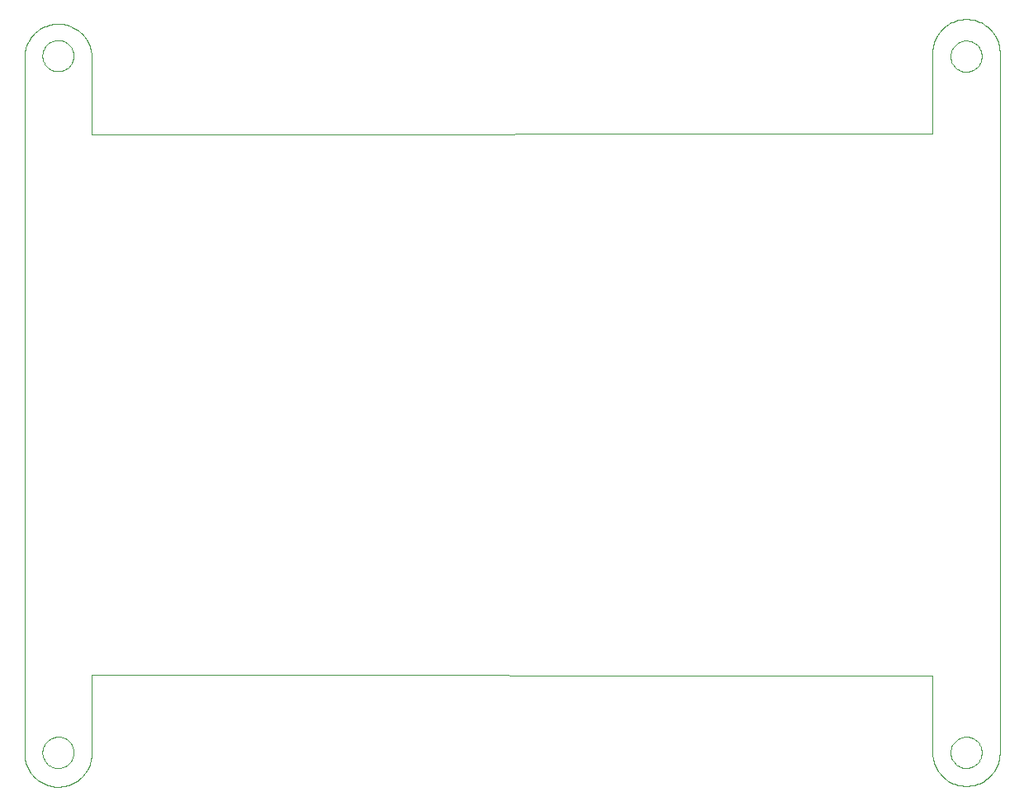
<source format=gbo>
G75*
G70*
%OFA0B0*%
%FSLAX24Y24*%
%IPPOS*%
%LPD*%
%AMOC8*
5,1,8,0,0,1.08239X$1,22.5*
%
%ADD10C,0.0000*%
D10*
X000504Y001489D02*
X000504Y029619D01*
X001232Y029639D02*
X001234Y029689D01*
X001240Y029739D01*
X001250Y029788D01*
X001264Y029836D01*
X001281Y029883D01*
X001302Y029928D01*
X001327Y029972D01*
X001355Y030013D01*
X001387Y030052D01*
X001421Y030089D01*
X001458Y030123D01*
X001498Y030153D01*
X001540Y030180D01*
X001584Y030204D01*
X001630Y030225D01*
X001677Y030241D01*
X001725Y030254D01*
X001775Y030263D01*
X001824Y030268D01*
X001875Y030269D01*
X001925Y030266D01*
X001974Y030259D01*
X002023Y030248D01*
X002071Y030233D01*
X002117Y030215D01*
X002162Y030193D01*
X002205Y030167D01*
X002246Y030138D01*
X002285Y030106D01*
X002321Y030071D01*
X002353Y030033D01*
X002383Y029993D01*
X002410Y029950D01*
X002433Y029906D01*
X002452Y029860D01*
X002468Y029812D01*
X002480Y029763D01*
X002488Y029714D01*
X002492Y029664D01*
X002492Y029614D01*
X002488Y029564D01*
X002480Y029515D01*
X002468Y029466D01*
X002452Y029418D01*
X002433Y029372D01*
X002410Y029328D01*
X002383Y029285D01*
X002353Y029245D01*
X002321Y029207D01*
X002285Y029172D01*
X002246Y029140D01*
X002205Y029111D01*
X002162Y029085D01*
X002117Y029063D01*
X002071Y029045D01*
X002023Y029030D01*
X001974Y029019D01*
X001925Y029012D01*
X001875Y029009D01*
X001824Y029010D01*
X001775Y029015D01*
X001725Y029024D01*
X001677Y029037D01*
X001630Y029053D01*
X001584Y029074D01*
X001540Y029098D01*
X001498Y029125D01*
X001458Y029155D01*
X001421Y029189D01*
X001387Y029226D01*
X001355Y029265D01*
X001327Y029306D01*
X001302Y029350D01*
X001281Y029395D01*
X001264Y029442D01*
X001250Y029490D01*
X001240Y029539D01*
X001234Y029589D01*
X001232Y029639D01*
X000504Y029619D02*
X000508Y029691D01*
X000517Y029763D01*
X000529Y029835D01*
X000545Y029905D01*
X000565Y029975D01*
X000588Y030043D01*
X000615Y030110D01*
X000646Y030176D01*
X000680Y030240D01*
X000717Y030302D01*
X000757Y030362D01*
X000801Y030419D01*
X000848Y030475D01*
X000897Y030527D01*
X000950Y030577D01*
X001005Y030624D01*
X001062Y030669D01*
X001122Y030710D01*
X001183Y030747D01*
X001247Y030782D01*
X001312Y030813D01*
X001379Y030840D01*
X001448Y030864D01*
X001517Y030884D01*
X001587Y030901D01*
X001659Y030914D01*
X001731Y030923D01*
X001803Y030928D01*
X001875Y030929D01*
X001947Y030926D01*
X002019Y030920D01*
X002091Y030910D01*
X002162Y030895D01*
X002232Y030878D01*
X002301Y030856D01*
X002369Y030831D01*
X002435Y030802D01*
X002500Y030770D01*
X002563Y030734D01*
X002624Y030695D01*
X002683Y030653D01*
X002739Y030608D01*
X002793Y030560D01*
X002845Y030509D01*
X002893Y030455D01*
X002939Y030399D01*
X002982Y030340D01*
X003021Y030280D01*
X003057Y030217D01*
X003090Y030153D01*
X003119Y030086D01*
X003145Y030019D01*
X003167Y029950D01*
X003185Y029880D01*
X003200Y029809D01*
X003211Y029737D01*
X003218Y029665D01*
X003221Y029593D01*
X003220Y029521D01*
X003220Y026470D01*
X037157Y026489D01*
X037157Y029757D01*
X037158Y029757D02*
X037160Y029829D01*
X037166Y029901D01*
X037175Y029973D01*
X037189Y030044D01*
X037206Y030114D01*
X037227Y030184D01*
X037251Y030252D01*
X037279Y030318D01*
X037311Y030383D01*
X037346Y030446D01*
X037384Y030508D01*
X037426Y030567D01*
X037471Y030624D01*
X037518Y030678D01*
X037569Y030730D01*
X037622Y030779D01*
X037677Y030825D01*
X037735Y030868D01*
X037796Y030908D01*
X037858Y030945D01*
X037922Y030978D01*
X037988Y031008D01*
X038055Y031034D01*
X038124Y031057D01*
X038194Y031076D01*
X038264Y031091D01*
X038336Y031103D01*
X038408Y031111D01*
X038480Y031115D01*
X038552Y031115D01*
X038624Y031111D01*
X038696Y031103D01*
X038768Y031091D01*
X038838Y031076D01*
X038908Y031057D01*
X038977Y031034D01*
X039044Y031008D01*
X039110Y030978D01*
X039174Y030945D01*
X039236Y030908D01*
X039297Y030868D01*
X039355Y030825D01*
X039410Y030779D01*
X039463Y030730D01*
X039514Y030678D01*
X039561Y030624D01*
X039606Y030567D01*
X039648Y030508D01*
X039686Y030446D01*
X039721Y030383D01*
X039753Y030318D01*
X039781Y030252D01*
X039805Y030184D01*
X039826Y030114D01*
X039843Y030044D01*
X039857Y029973D01*
X039866Y029901D01*
X039872Y029829D01*
X039874Y029757D01*
X039874Y001489D01*
X039872Y001417D01*
X039866Y001345D01*
X039857Y001273D01*
X039843Y001202D01*
X039826Y001132D01*
X039805Y001062D01*
X039781Y000994D01*
X039753Y000928D01*
X039721Y000863D01*
X039686Y000800D01*
X039648Y000738D01*
X039606Y000679D01*
X039561Y000622D01*
X039514Y000568D01*
X039463Y000516D01*
X039410Y000467D01*
X039355Y000421D01*
X039297Y000378D01*
X039236Y000338D01*
X039174Y000301D01*
X039110Y000268D01*
X039044Y000238D01*
X038977Y000212D01*
X038908Y000189D01*
X038838Y000170D01*
X038768Y000155D01*
X038696Y000143D01*
X038624Y000135D01*
X038552Y000131D01*
X038480Y000131D01*
X038408Y000135D01*
X038336Y000143D01*
X038264Y000155D01*
X038194Y000170D01*
X038124Y000189D01*
X038055Y000212D01*
X037988Y000238D01*
X037922Y000268D01*
X037858Y000301D01*
X037796Y000338D01*
X037735Y000378D01*
X037677Y000421D01*
X037622Y000467D01*
X037569Y000516D01*
X037518Y000568D01*
X037471Y000622D01*
X037426Y000679D01*
X037384Y000738D01*
X037346Y000800D01*
X037311Y000863D01*
X037279Y000928D01*
X037251Y000994D01*
X037227Y001062D01*
X037206Y001132D01*
X037189Y001202D01*
X037175Y001273D01*
X037166Y001345D01*
X037160Y001417D01*
X037158Y001489D01*
X037157Y001489D02*
X037157Y004600D01*
X003220Y004619D01*
X003220Y001430D01*
X003221Y001430D02*
X003217Y001358D01*
X003210Y001286D01*
X003199Y001215D01*
X003184Y001144D01*
X003165Y001074D01*
X003143Y001005D01*
X003117Y000938D01*
X003087Y000872D01*
X003054Y000807D01*
X003018Y000745D01*
X002978Y000684D01*
X002935Y000626D01*
X002889Y000570D01*
X002840Y000517D01*
X002789Y000466D01*
X002734Y000418D01*
X002678Y000373D01*
X002619Y000331D01*
X002558Y000293D01*
X002495Y000257D01*
X002430Y000225D01*
X002363Y000197D01*
X002295Y000172D01*
X002226Y000151D01*
X002156Y000133D01*
X002085Y000119D01*
X002013Y000109D01*
X001941Y000103D01*
X001869Y000101D01*
X001796Y000103D01*
X001724Y000108D01*
X001652Y000117D01*
X001581Y000130D01*
X001511Y000147D01*
X001441Y000168D01*
X001373Y000192D01*
X001307Y000220D01*
X001241Y000251D01*
X001178Y000286D01*
X001116Y000324D01*
X001057Y000365D01*
X001000Y000410D01*
X000945Y000457D01*
X000893Y000507D01*
X000844Y000560D01*
X000797Y000616D01*
X000754Y000673D01*
X000713Y000734D01*
X000676Y000796D01*
X000643Y000860D01*
X000613Y000925D01*
X000586Y000993D01*
X000563Y001061D01*
X000543Y001131D01*
X000528Y001202D01*
X000516Y001273D01*
X000508Y001345D01*
X000504Y001417D01*
X000503Y001490D01*
X001232Y001489D02*
X001234Y001539D01*
X001240Y001589D01*
X001250Y001638D01*
X001264Y001686D01*
X001281Y001733D01*
X001302Y001778D01*
X001327Y001822D01*
X001355Y001863D01*
X001387Y001902D01*
X001421Y001939D01*
X001458Y001973D01*
X001498Y002003D01*
X001540Y002030D01*
X001584Y002054D01*
X001630Y002075D01*
X001677Y002091D01*
X001725Y002104D01*
X001775Y002113D01*
X001824Y002118D01*
X001875Y002119D01*
X001925Y002116D01*
X001974Y002109D01*
X002023Y002098D01*
X002071Y002083D01*
X002117Y002065D01*
X002162Y002043D01*
X002205Y002017D01*
X002246Y001988D01*
X002285Y001956D01*
X002321Y001921D01*
X002353Y001883D01*
X002383Y001843D01*
X002410Y001800D01*
X002433Y001756D01*
X002452Y001710D01*
X002468Y001662D01*
X002480Y001613D01*
X002488Y001564D01*
X002492Y001514D01*
X002492Y001464D01*
X002488Y001414D01*
X002480Y001365D01*
X002468Y001316D01*
X002452Y001268D01*
X002433Y001222D01*
X002410Y001178D01*
X002383Y001135D01*
X002353Y001095D01*
X002321Y001057D01*
X002285Y001022D01*
X002246Y000990D01*
X002205Y000961D01*
X002162Y000935D01*
X002117Y000913D01*
X002071Y000895D01*
X002023Y000880D01*
X001974Y000869D01*
X001925Y000862D01*
X001875Y000859D01*
X001824Y000860D01*
X001775Y000865D01*
X001725Y000874D01*
X001677Y000887D01*
X001630Y000903D01*
X001584Y000924D01*
X001540Y000948D01*
X001498Y000975D01*
X001458Y001005D01*
X001421Y001039D01*
X001387Y001076D01*
X001355Y001115D01*
X001327Y001156D01*
X001302Y001200D01*
X001281Y001245D01*
X001264Y001292D01*
X001250Y001340D01*
X001240Y001389D01*
X001234Y001439D01*
X001232Y001489D01*
X037886Y001489D02*
X037888Y001539D01*
X037894Y001589D01*
X037904Y001638D01*
X037918Y001686D01*
X037935Y001733D01*
X037956Y001778D01*
X037981Y001822D01*
X038009Y001863D01*
X038041Y001902D01*
X038075Y001939D01*
X038112Y001973D01*
X038152Y002003D01*
X038194Y002030D01*
X038238Y002054D01*
X038284Y002075D01*
X038331Y002091D01*
X038379Y002104D01*
X038429Y002113D01*
X038478Y002118D01*
X038529Y002119D01*
X038579Y002116D01*
X038628Y002109D01*
X038677Y002098D01*
X038725Y002083D01*
X038771Y002065D01*
X038816Y002043D01*
X038859Y002017D01*
X038900Y001988D01*
X038939Y001956D01*
X038975Y001921D01*
X039007Y001883D01*
X039037Y001843D01*
X039064Y001800D01*
X039087Y001756D01*
X039106Y001710D01*
X039122Y001662D01*
X039134Y001613D01*
X039142Y001564D01*
X039146Y001514D01*
X039146Y001464D01*
X039142Y001414D01*
X039134Y001365D01*
X039122Y001316D01*
X039106Y001268D01*
X039087Y001222D01*
X039064Y001178D01*
X039037Y001135D01*
X039007Y001095D01*
X038975Y001057D01*
X038939Y001022D01*
X038900Y000990D01*
X038859Y000961D01*
X038816Y000935D01*
X038771Y000913D01*
X038725Y000895D01*
X038677Y000880D01*
X038628Y000869D01*
X038579Y000862D01*
X038529Y000859D01*
X038478Y000860D01*
X038429Y000865D01*
X038379Y000874D01*
X038331Y000887D01*
X038284Y000903D01*
X038238Y000924D01*
X038194Y000948D01*
X038152Y000975D01*
X038112Y001005D01*
X038075Y001039D01*
X038041Y001076D01*
X038009Y001115D01*
X037981Y001156D01*
X037956Y001200D01*
X037935Y001245D01*
X037918Y001292D01*
X037904Y001340D01*
X037894Y001389D01*
X037888Y001439D01*
X037886Y001489D01*
X037886Y029619D02*
X037888Y029669D01*
X037894Y029719D01*
X037904Y029768D01*
X037918Y029816D01*
X037935Y029863D01*
X037956Y029908D01*
X037981Y029952D01*
X038009Y029993D01*
X038041Y030032D01*
X038075Y030069D01*
X038112Y030103D01*
X038152Y030133D01*
X038194Y030160D01*
X038238Y030184D01*
X038284Y030205D01*
X038331Y030221D01*
X038379Y030234D01*
X038429Y030243D01*
X038478Y030248D01*
X038529Y030249D01*
X038579Y030246D01*
X038628Y030239D01*
X038677Y030228D01*
X038725Y030213D01*
X038771Y030195D01*
X038816Y030173D01*
X038859Y030147D01*
X038900Y030118D01*
X038939Y030086D01*
X038975Y030051D01*
X039007Y030013D01*
X039037Y029973D01*
X039064Y029930D01*
X039087Y029886D01*
X039106Y029840D01*
X039122Y029792D01*
X039134Y029743D01*
X039142Y029694D01*
X039146Y029644D01*
X039146Y029594D01*
X039142Y029544D01*
X039134Y029495D01*
X039122Y029446D01*
X039106Y029398D01*
X039087Y029352D01*
X039064Y029308D01*
X039037Y029265D01*
X039007Y029225D01*
X038975Y029187D01*
X038939Y029152D01*
X038900Y029120D01*
X038859Y029091D01*
X038816Y029065D01*
X038771Y029043D01*
X038725Y029025D01*
X038677Y029010D01*
X038628Y028999D01*
X038579Y028992D01*
X038529Y028989D01*
X038478Y028990D01*
X038429Y028995D01*
X038379Y029004D01*
X038331Y029017D01*
X038284Y029033D01*
X038238Y029054D01*
X038194Y029078D01*
X038152Y029105D01*
X038112Y029135D01*
X038075Y029169D01*
X038041Y029206D01*
X038009Y029245D01*
X037981Y029286D01*
X037956Y029330D01*
X037935Y029375D01*
X037918Y029422D01*
X037904Y029470D01*
X037894Y029519D01*
X037888Y029569D01*
X037886Y029619D01*
M02*

</source>
